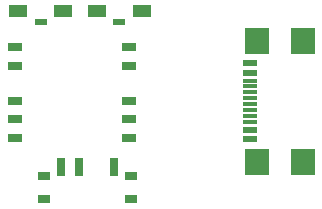
<source format=gbr>
%TF.GenerationSoftware,KiCad,Pcbnew,8.0.0*%
%TF.CreationDate,2024-06-09T10:51:48+02:00*%
%TF.ProjectId,projet s6,70726f6a-6574-4207-9336-2e6b69636164,rev?*%
%TF.SameCoordinates,Original*%
%TF.FileFunction,Paste,Bot*%
%TF.FilePolarity,Positive*%
%FSLAX46Y46*%
G04 Gerber Fmt 4.6, Leading zero omitted, Abs format (unit mm)*
G04 Created by KiCad (PCBNEW 8.0.0) date 2024-06-09 10:51:48*
%MOMM*%
%LPD*%
G01*
G04 APERTURE LIST*
%ADD10R,1.100000X0.500000*%
%ADD11R,1.650000X1.050000*%
%ADD12R,1.200000X0.800000*%
%ADD13R,0.700000X1.600000*%
%ADD14R,0.700000X1.500000*%
%ADD15R,1.000000X0.800000*%
%ADD16R,1.150000X0.600000*%
%ADD17R,1.150000X0.300000*%
%ADD18R,2.000000X2.180000*%
G04 APERTURE END LIST*
D10*
%TO.C,SW1*%
X190995000Y-68355000D03*
D11*
X189070000Y-67380000D03*
X192920000Y-67380000D03*
%TD*%
D12*
%TO.C,PA1010D1*%
X191850000Y-70500000D03*
X191850000Y-72100000D03*
X191850000Y-75000000D03*
X191850000Y-76600000D03*
X191850000Y-78200000D03*
X182150000Y-78200000D03*
X182150000Y-76600000D03*
X182150000Y-75000000D03*
X182150000Y-72100000D03*
X182150000Y-70500000D03*
%TD*%
D13*
%TO.C,SW6*%
X186060000Y-80640000D03*
D14*
X187560000Y-80640000D03*
X190560000Y-80640000D03*
D15*
X191960000Y-83355000D03*
X191960000Y-81425000D03*
X184660000Y-83355000D03*
X184660000Y-81425000D03*
%TD*%
D10*
%TO.C,SW2*%
X184340000Y-68360000D03*
D11*
X182415000Y-67385000D03*
X186265000Y-67385000D03*
%TD*%
D16*
%TO.C,J1*%
X202045000Y-71850000D03*
X202045000Y-78250000D03*
X202045000Y-72650000D03*
X202045000Y-77450000D03*
D17*
X202045000Y-73800000D03*
X202045000Y-74800000D03*
X202045000Y-75300000D03*
X202045000Y-76300000D03*
X202045000Y-76800000D03*
X202045000Y-75800000D03*
X202045000Y-74300000D03*
X202045000Y-73300000D03*
D18*
X206550000Y-69940000D03*
X202620000Y-69940000D03*
X206550000Y-80160000D03*
X202620000Y-80160000D03*
%TD*%
M02*

</source>
